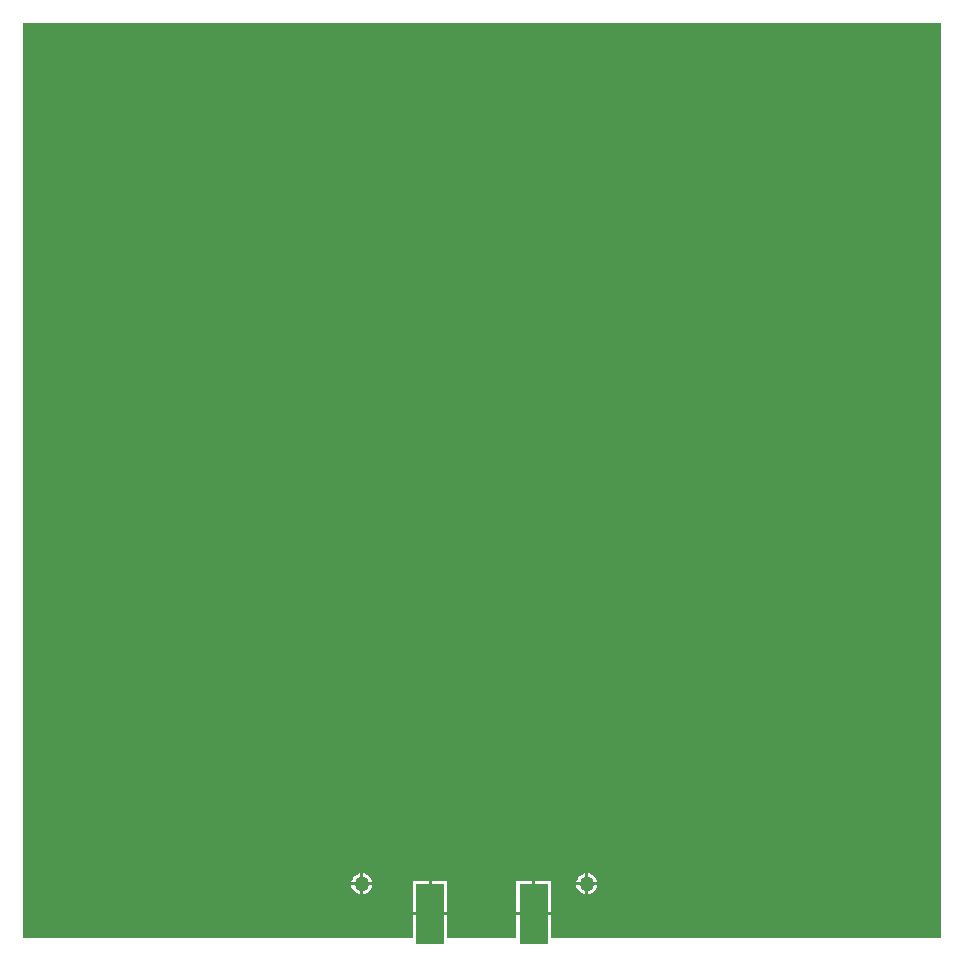
<source format=gbl>
%FSTAX23Y23*%
%MOIN*%
%SFA1B1*%

%IPPOS*%
%ADD12R,0.095000X0.200000*%
%ADD23C,0.050000*%
%LNjlcpcb_patch_test_1-1*%
%LPD*%
G36*
X0311Y031D02*
Y0005D01*
X0181*
Y00124*
X01752*
X01695*
Y0005*
X01465*
Y00124*
X01407*
X0135*
Y0005*
X0005*
Y031*
X0311*
G37*
%LNjlcpcb_patch_test_1-2*%
%LPC*%
G36*
X01935Y00264D02*
Y00235D01*
X01964*
X01964Y00239*
X0196Y00247*
X01954Y00254*
X01947Y0026*
X01939Y00264*
X01935Y00264*
G37*
G36*
X01925D02*
X0192Y00264D01*
X01912Y0026*
X01905Y00254*
X01899Y00247*
X01895Y00239*
X01895Y00235*
X01925*
Y00264*
G37*
G36*
X01185D02*
Y00235D01*
X01214*
X01214Y00239*
X0121Y00247*
X01204Y00254*
X01197Y0026*
X01189Y00264*
X01185Y00264*
G37*
G36*
X01175D02*
X0117Y00264D01*
X01162Y0026*
X01155Y00254*
X01149Y00247*
X01145Y00239*
X01145Y00235*
X01175*
Y00264*
G37*
G36*
X01964Y00225D02*
X01935D01*
Y00195*
X01939Y00195*
X01947Y00199*
X01954Y00205*
X0196Y00212*
X01964Y0022*
X01964Y00225*
G37*
G36*
X01925D02*
X01895D01*
X01895Y0022*
X01899Y00212*
X01905Y00205*
X01912Y00199*
X0192Y00195*
X01925Y00195*
Y00225*
G37*
G36*
X01214D02*
X01185D01*
Y00195*
X01189Y00195*
X01197Y00199*
X01204Y00205*
X0121Y00212*
X01214Y0022*
X01214Y00225*
G37*
G36*
X01175D02*
X01145D01*
X01145Y0022*
X01149Y00212*
X01155Y00205*
X01162Y00199*
X0117Y00195*
X01175Y00195*
Y00225*
G37*
G36*
X0181Y00239D02*
X01757D01*
Y00134*
X0181*
Y00239*
G37*
G36*
X01465D02*
X01412D01*
Y00134*
X01465*
Y00239*
G37*
G36*
X01747D02*
X01695D01*
Y00134*
X01747*
Y00239*
G37*
G36*
X01402D02*
X0135D01*
Y00134*
X01402*
Y00239*
G37*
%LNjlcpcb_patch_test_1-3*%
%LPD*%
G54D12*
X01752Y00129D03*
X01407D03*
G54D23*
X0193Y0023D03*
X0118D03*
M02*
</source>
